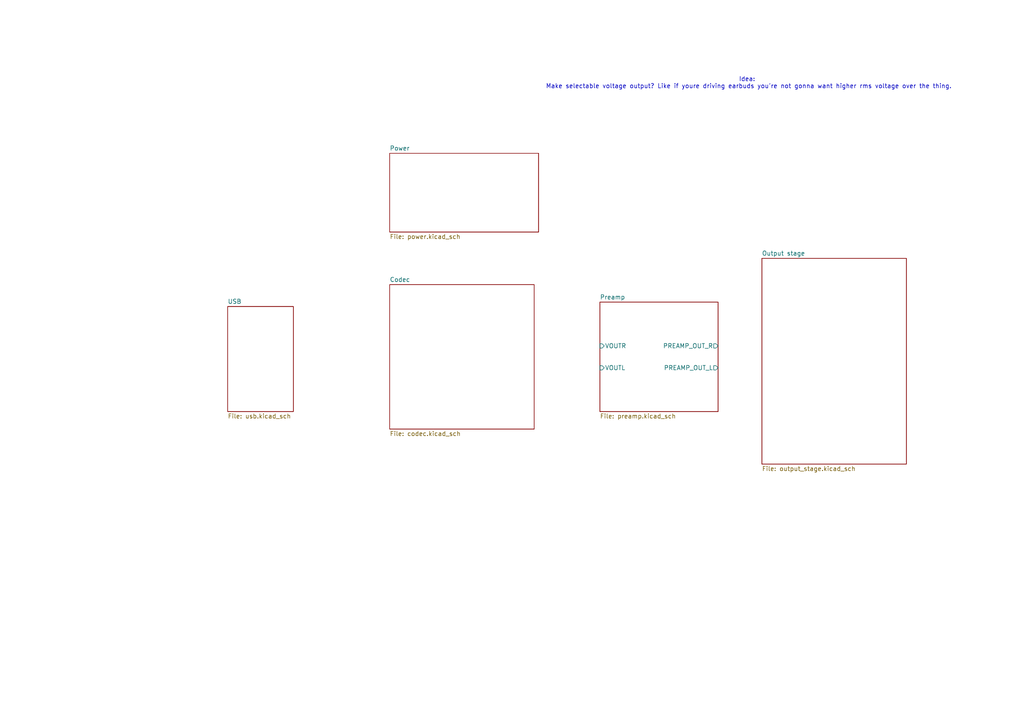
<source format=kicad_sch>
(kicad_sch
	(version 20231120)
	(generator "eeschema")
	(generator_version "8.0")
	(uuid "d6da33f4-6bef-4098-a08b-0ea38da216b8")
	(paper "A4")
	(lib_symbols)
	(text "Idea: \nMake selectable voltage output? Like if youre driving earbuds you're not gonna want higher rms voltage over the thing."
		(exclude_from_sim no)
		(at 217.17 24.13 0)
		(effects
			(font
				(size 1.27 1.27)
			)
		)
		(uuid "40521e14-8402-40eb-b595-d2c1e9fb52cc")
	)
	(sheet
		(at 220.98 74.93)
		(size 41.91 59.69)
		(fields_autoplaced yes)
		(stroke
			(width 0.1524)
			(type solid)
		)
		(fill
			(color 0 0 0 0.0000)
		)
		(uuid "2881ba3e-7a44-494a-ba79-c17886d810a8")
		(property "Sheetname" "Output stage"
			(at 220.98 74.2184 0)
			(effects
				(font
					(size 1.27 1.27)
				)
				(justify left bottom)
			)
		)
		(property "Sheetfile" "output_stage.kicad_sch"
			(at 220.98 135.2046 0)
			(effects
				(font
					(size 1.27 1.27)
				)
				(justify left top)
			)
		)
		(instances
			(project "DacAmp"
				(path "/d6da33f4-6bef-4098-a08b-0ea38da216b8"
					(page "7")
				)
			)
		)
	)
	(sheet
		(at 66.04 88.9)
		(size 19.05 30.48)
		(fields_autoplaced yes)
		(stroke
			(width 0.1524)
			(type solid)
		)
		(fill
			(color 0 0 0 0.0000)
		)
		(uuid "444411ed-867e-42ae-9836-72e43d6ad6a6")
		(property "Sheetname" "USB"
			(at 66.04 88.1884 0)
			(effects
				(font
					(size 1.27 1.27)
				)
				(justify left bottom)
			)
		)
		(property "Sheetfile" "usb.kicad_sch"
			(at 66.04 119.9646 0)
			(effects
				(font
					(size 1.27 1.27)
				)
				(justify left top)
			)
		)
		(instances
			(project "DacAmp"
				(path "/d6da33f4-6bef-4098-a08b-0ea38da216b8"
					(page "2")
				)
			)
		)
	)
	(sheet
		(at 173.99 87.63)
		(size 34.29 31.75)
		(fields_autoplaced yes)
		(stroke
			(width 0.1524)
			(type solid)
		)
		(fill
			(color 0 0 0 0.0000)
		)
		(uuid "765aa114-40bf-4fb7-ad02-1003eccfadc3")
		(property "Sheetname" "Preamp"
			(at 173.99 86.9184 0)
			(effects
				(font
					(size 1.27 1.27)
				)
				(justify left bottom)
			)
		)
		(property "Sheetfile" "preamp.kicad_sch"
			(at 173.99 119.9646 0)
			(effects
				(font
					(size 1.27 1.27)
				)
				(justify left top)
			)
		)
		(pin "VOUTL" input
			(at 173.99 106.68 180)
			(effects
				(font
					(size 1.27 1.27)
				)
				(justify left)
			)
			(uuid "4ca63791-899d-42d2-95e5-61047c785df7")
		)
		(pin "VOUTR" input
			(at 173.99 100.33 180)
			(effects
				(font
					(size 1.27 1.27)
				)
				(justify left)
			)
			(uuid "d9fee4e3-d1d2-4776-85d3-1c9b6beaf918")
		)
		(pin "PREAMP_OUT_R" output
			(at 208.28 100.33 0)
			(effects
				(font
					(size 1.27 1.27)
				)
				(justify right)
			)
			(uuid "e6cb67d2-0d1b-4dad-a118-bd5674057d55")
		)
		(pin "PREAMP_OUT_L" output
			(at 208.28 106.68 0)
			(effects
				(font
					(size 1.27 1.27)
				)
				(justify right)
			)
			(uuid "5c05b06b-4c73-49d4-906c-0300d5e59b9a")
		)
		(instances
			(project "DacAmp"
				(path "/d6da33f4-6bef-4098-a08b-0ea38da216b8"
					(page "5")
				)
			)
		)
	)
	(sheet
		(at 113.03 44.45)
		(size 43.18 22.86)
		(fields_autoplaced yes)
		(stroke
			(width 0.1524)
			(type solid)
		)
		(fill
			(color 0 0 0 0.0000)
		)
		(uuid "8dbba80f-70ac-4bf0-b889-ef7b7f16f373")
		(property "Sheetname" "Power"
			(at 113.03 43.7384 0)
			(effects
				(font
					(size 1.27 1.27)
				)
				(justify left bottom)
			)
		)
		(property "Sheetfile" "power.kicad_sch"
			(at 113.03 67.8946 0)
			(effects
				(font
					(size 1.27 1.27)
				)
				(justify left top)
			)
		)
		(instances
			(project "DacAmp"
				(path "/d6da33f4-6bef-4098-a08b-0ea38da216b8"
					(page "5")
				)
			)
		)
	)
	(sheet
		(at 113.03 82.55)
		(size 41.91 41.91)
		(fields_autoplaced yes)
		(stroke
			(width 0.1524)
			(type solid)
		)
		(fill
			(color 0 0 0 0.0000)
		)
		(uuid "c18a308c-fdfd-4dd9-a989-813d71b56970")
		(property "Sheetname" "Codec"
			(at 113.03 81.8384 0)
			(effects
				(font
					(size 1.27 1.27)
				)
				(justify left bottom)
			)
		)
		(property "Sheetfile" "codec.kicad_sch"
			(at 113.03 125.0446 0)
			(effects
				(font
					(size 1.27 1.27)
				)
				(justify left top)
			)
		)
		(instances
			(project "DacAmp"
				(path "/d6da33f4-6bef-4098-a08b-0ea38da216b8"
					(page "3")
				)
			)
		)
	)
	(sheet_instances
		(path "/"
			(page "1")
		)
	)
)

</source>
